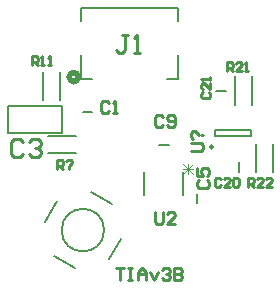
<source format=gto>
G04 Layer_Color=65535*
%FSLAX25Y25*%
%MOIN*%
G70*
G01*
G75*
%ADD17C,0.01000*%
%ADD24C,0.00984*%
%ADD25C,0.02000*%
%ADD26C,0.00787*%
%ADD27C,0.00600*%
%ADD28C,0.00800*%
%ADD29C,0.00300*%
D17*
X8000Y-22501D02*
Y-25834D01*
X8666Y-26500D01*
X9999D01*
X10666Y-25834D01*
Y-22501D01*
X14664Y-26500D02*
X11999D01*
X14664Y-23834D01*
Y-23168D01*
X13998Y-22501D01*
X12665D01*
X11999Y-23168D01*
X-7334Y13832D02*
X-8001Y14499D01*
X-9334D01*
X-10000Y13832D01*
Y11167D01*
X-9334Y10500D01*
X-8001D01*
X-7334Y11167D01*
X-6001Y10500D02*
X-4668D01*
X-5335D01*
Y14499D01*
X-6001Y13832D01*
X-36001Y998D02*
X-37001Y1998D01*
X-39000D01*
X-40000Y998D01*
Y-3000D01*
X-39000Y-4000D01*
X-37001D01*
X-36001Y-3000D01*
X-34002Y998D02*
X-33002Y1998D01*
X-31003D01*
X-30003Y998D01*
Y-1D01*
X-31003Y-1001D01*
X-32003D01*
X-31003D01*
X-30003Y-2001D01*
Y-3000D01*
X-31003Y-4000D01*
X-33002D01*
X-34002Y-3000D01*
X22668Y-11834D02*
X22001Y-12501D01*
Y-13834D01*
X22668Y-14500D01*
X25333D01*
X26000Y-13834D01*
Y-12501D01*
X25333Y-11834D01*
X22001Y-7835D02*
Y-10501D01*
X24001D01*
X23334Y-9168D01*
Y-8502D01*
X24001Y-7835D01*
X25333D01*
X26000Y-8502D01*
Y-9835D01*
X25333Y-10501D01*
X-1001Y36498D02*
X-3001D01*
X-2001D01*
Y31500D01*
X-3001Y30500D01*
X-4000D01*
X-5000Y31500D01*
X998Y30500D02*
X2997D01*
X1998D01*
Y36498D01*
X998Y35498D01*
X10666Y9332D02*
X9999Y9999D01*
X8666D01*
X8000Y9332D01*
Y6667D01*
X8666Y6000D01*
X9999D01*
X10666Y6667D01*
X11999D02*
X12665Y6000D01*
X13998D01*
X14664Y6667D01*
Y9332D01*
X13998Y9999D01*
X12665D01*
X11999Y9332D01*
Y8666D01*
X12665Y7999D01*
X14664D01*
X20001Y-2000D02*
X23334D01*
X24000Y-1333D01*
Y-1D01*
X23334Y666D01*
X20001D01*
X20668Y1999D02*
X20001Y2665D01*
Y3998D01*
X20668Y4665D01*
X21334D01*
X22667Y3332D01*
X23334D02*
X24000D01*
X29999Y-11501D02*
X29500Y-11001D01*
X28500D01*
X28000Y-11501D01*
Y-13500D01*
X28500Y-14000D01*
X29500D01*
X29999Y-13500D01*
X32998Y-14000D02*
X30999D01*
X32998Y-12001D01*
Y-11501D01*
X32499Y-11001D01*
X31499D01*
X30999Y-11501D01*
X33998D02*
X34498Y-11001D01*
X35498D01*
X35997Y-11501D01*
Y-13500D01*
X35498Y-14000D01*
X34498D01*
X33998Y-13500D01*
Y-11501D01*
X24001Y17499D02*
X23501Y16999D01*
Y16000D01*
X24001Y15500D01*
X26000D01*
X26500Y16000D01*
Y16999D01*
X26000Y17499D01*
X26500Y20498D02*
Y18499D01*
X24501Y20498D01*
X24001D01*
X23501Y19999D01*
Y18999D01*
X24001Y18499D01*
X26500Y21498D02*
Y22498D01*
Y21998D01*
X23501D01*
X24001Y21498D01*
X32000Y24500D02*
Y27499D01*
X33500D01*
X33999Y26999D01*
Y26000D01*
X33500Y25500D01*
X32000D01*
X33000D02*
X33999Y24500D01*
X36998D02*
X34999D01*
X36998Y26499D01*
Y26999D01*
X36499Y27499D01*
X35499D01*
X34999Y26999D01*
X37998Y24500D02*
X38998D01*
X38498D01*
Y27499D01*
X37998Y26999D01*
X39000Y-14000D02*
Y-11001D01*
X40499D01*
X40999Y-11501D01*
Y-12501D01*
X40499Y-13000D01*
X39000D01*
X40000D02*
X40999Y-14000D01*
X43998D02*
X41999D01*
X43998Y-12001D01*
Y-11501D01*
X43499Y-11001D01*
X42499D01*
X41999Y-11501D01*
X46997Y-14000D02*
X44998D01*
X46997Y-12001D01*
Y-11501D01*
X46498Y-11001D01*
X45498D01*
X44998Y-11501D01*
X-33000Y26500D02*
Y29499D01*
X-31501D01*
X-31001Y28999D01*
Y27999D01*
X-31501Y27500D01*
X-33000D01*
X-32000D02*
X-31001Y26500D01*
X-30001D02*
X-29001D01*
X-29501D01*
Y29499D01*
X-30001Y28999D01*
X-27502Y26500D02*
X-26502D01*
X-27002D01*
Y29499D01*
X-27502Y28999D01*
X-24500Y-8000D02*
Y-5001D01*
X-23000D01*
X-22501Y-5501D01*
Y-6500D01*
X-23000Y-7000D01*
X-24500D01*
X-23500D02*
X-22501Y-8000D01*
X-21501Y-5501D02*
X-21001Y-5001D01*
X-20001D01*
X-19502Y-5501D01*
Y-6001D01*
X-20501Y-7000D01*
Y-7500D02*
Y-8000D01*
X-5000Y-41001D02*
X-2334D01*
X-3667D01*
Y-45000D01*
X-1001Y-41001D02*
X332D01*
X-335D01*
Y-45000D01*
X-1001D01*
X332D01*
X2331D02*
Y-42334D01*
X3664Y-41001D01*
X4997Y-42334D01*
Y-45000D01*
Y-43001D01*
X2331D01*
X6330Y-42334D02*
X7663Y-45000D01*
X8996Y-42334D01*
X10328Y-41668D02*
X10995Y-41001D01*
X12328D01*
X12994Y-41668D01*
Y-42334D01*
X12328Y-43001D01*
X11661D01*
X12328D01*
X12994Y-43667D01*
Y-44334D01*
X12328Y-45000D01*
X10995D01*
X10328Y-44334D01*
X14327Y-41001D02*
Y-45000D01*
X16326D01*
X16993Y-44334D01*
Y-43667D01*
X16326Y-43001D01*
X14327D01*
X16326D01*
X16993Y-42334D01*
Y-41668D01*
X16326Y-41001D01*
X14327D01*
D24*
X27406Y-724D02*
G03*
X27406Y-724I-492J0D01*
G01*
D25*
X-17550Y22500D02*
G03*
X-17550Y22500I-1500J0D01*
G01*
D26*
X-8913Y-28500D02*
G03*
X-8913Y-28500I-7087J0D01*
G01*
X27898Y3016D02*
Y4984D01*
X40102Y3016D02*
Y4984D01*
X27898Y3016D02*
X40102D01*
X27898Y4984D02*
X40102D01*
X-28709Y-25709D02*
X-24772Y-18890D01*
X-25610Y-37272D02*
X-18791Y-41209D01*
X-7228Y-38110D02*
X-3291Y-31291D01*
X-13209Y-15791D02*
X-6390Y-19728D01*
D27*
X36000Y-9075D02*
Y-5925D01*
X28425Y18000D02*
X31575D01*
X9425Y-0D02*
X12575D01*
X22000Y-19575D02*
Y-16425D01*
X4500Y-16950D02*
Y-9050D01*
X17500Y-16950D02*
Y-9050D01*
X-16550Y22000D02*
Y29840D01*
X15550Y41160D02*
Y45600D01*
X-16550D02*
X15550D01*
X-16550Y41160D02*
Y45600D01*
Y22000D02*
X-13052D01*
X15550D02*
Y29840D01*
X12053Y22000D02*
X15550D01*
X47256Y-9224D02*
Y224D01*
X41744Y-9224D02*
Y224D01*
X34744Y13276D02*
Y22724D01*
X40256Y13276D02*
Y22724D01*
X-16075Y11000D02*
X-12925D01*
X-27724Y2756D02*
X-18276D01*
X-27724Y-2756D02*
X-18276D01*
X-23744Y14724D02*
Y24173D01*
X-29256Y14724D02*
Y24173D01*
D28*
X-41000Y4000D02*
Y13000D01*
X-23000D01*
Y4000D02*
Y13000D01*
X-41000Y4000D02*
X-23000D01*
D29*
X20606Y-6350D02*
X17273Y-9682D01*
Y-6350D02*
X20606Y-9682D01*
X18939Y-6350D02*
Y-9682D01*
X17273Y-8016D02*
X20606D01*
M02*

</source>
